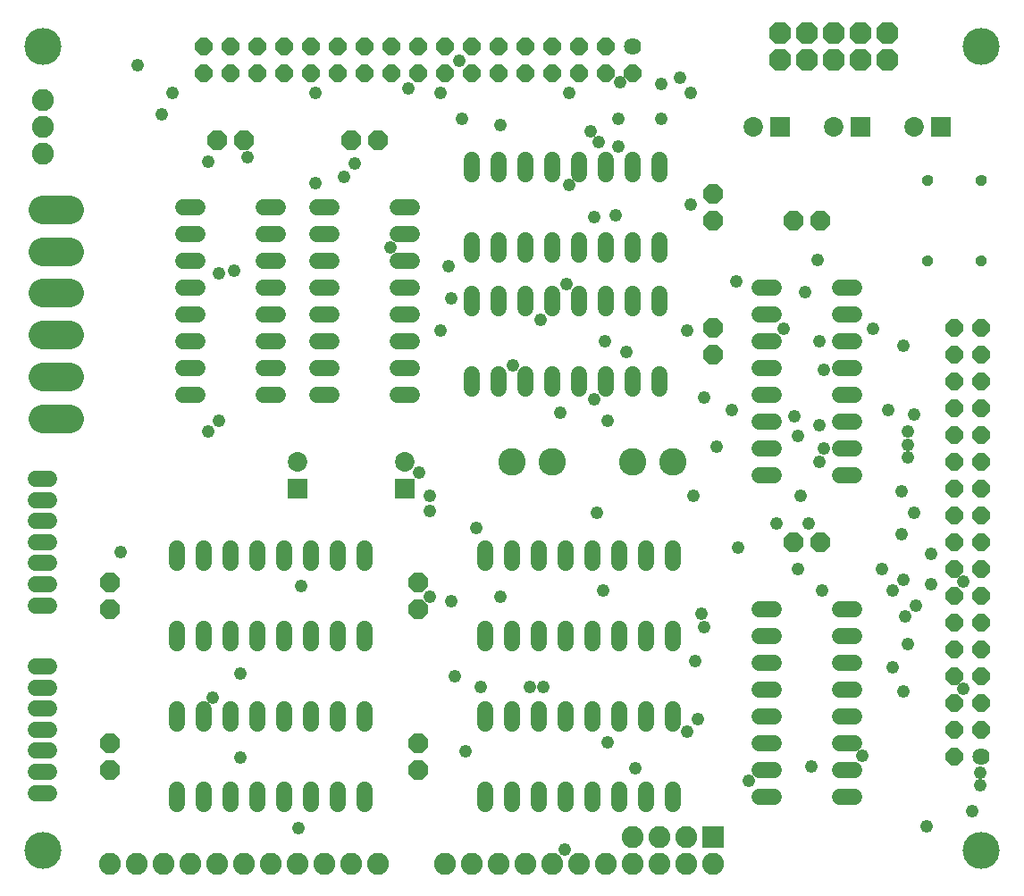
<source format=gts>
G75*
%MOIN*%
%OFA0B0*%
%FSLAX24Y24*%
%IPPOS*%
%LPD*%
%AMOC8*
5,1,8,0,0,1.08239X$1,22.5*
%
%ADD10C,0.0600*%
%ADD11C,0.1380*%
%ADD12C,0.0640*%
%ADD13OC8,0.0640*%
%ADD14C,0.0595*%
%ADD15C,0.0820*%
%ADD16C,0.1025*%
%ADD17C,0.0050*%
%ADD18OC8,0.0710*%
%ADD19C,0.0730*%
%ADD20R,0.0730X0.0730*%
%ADD21OC8,0.0820*%
%ADD22C,0.1070*%
%ADD23R,0.0820X0.0820*%
%ADD24C,0.0480*%
D10*
X007613Y003790D02*
X007613Y004310D01*
X008613Y004310D02*
X008613Y003790D01*
X009613Y003790D02*
X009613Y004310D01*
X010613Y004310D02*
X010613Y003790D01*
X011613Y003790D02*
X011613Y004310D01*
X012613Y004310D02*
X012613Y003790D01*
X013613Y003790D02*
X013613Y004310D01*
X014613Y004310D02*
X014613Y003790D01*
X014613Y006790D02*
X014613Y007310D01*
X013613Y007310D02*
X013613Y006790D01*
X012613Y006790D02*
X012613Y007310D01*
X011613Y007310D02*
X011613Y006790D01*
X010613Y006790D02*
X010613Y007310D01*
X009613Y007310D02*
X009613Y006790D01*
X008613Y006790D02*
X008613Y007310D01*
X007613Y007310D02*
X007613Y006790D01*
X007613Y009790D02*
X007613Y010310D01*
X008613Y010310D02*
X008613Y009790D01*
X009613Y009790D02*
X009613Y010310D01*
X010613Y010310D02*
X010613Y009790D01*
X011613Y009790D02*
X011613Y010310D01*
X012613Y010310D02*
X012613Y009790D01*
X013613Y009790D02*
X013613Y010310D01*
X014613Y010310D02*
X014613Y009790D01*
X014613Y012790D02*
X014613Y013310D01*
X013613Y013310D02*
X013613Y012790D01*
X012613Y012790D02*
X012613Y013310D01*
X011613Y013310D02*
X011613Y012790D01*
X010613Y012790D02*
X010613Y013310D01*
X009613Y013310D02*
X009613Y012790D01*
X008613Y012790D02*
X008613Y013310D01*
X007613Y013310D02*
X007613Y012790D01*
X007853Y019050D02*
X008373Y019050D01*
X008373Y020050D02*
X007853Y020050D01*
X007853Y021050D02*
X008373Y021050D01*
X008373Y022050D02*
X007853Y022050D01*
X007853Y023050D02*
X008373Y023050D01*
X008373Y024050D02*
X007853Y024050D01*
X007853Y025050D02*
X008373Y025050D01*
X008373Y026050D02*
X007853Y026050D01*
X010853Y026050D02*
X011373Y026050D01*
X011373Y025050D02*
X010853Y025050D01*
X010853Y024050D02*
X011373Y024050D01*
X011373Y023050D02*
X010853Y023050D01*
X010853Y022050D02*
X011373Y022050D01*
X011373Y021050D02*
X010853Y021050D01*
X010853Y020050D02*
X011373Y020050D01*
X011373Y019050D02*
X010853Y019050D01*
X012853Y019050D02*
X013373Y019050D01*
X013373Y020050D02*
X012853Y020050D01*
X012853Y021050D02*
X013373Y021050D01*
X013373Y022050D02*
X012853Y022050D01*
X012853Y023050D02*
X013373Y023050D01*
X013373Y024050D02*
X012853Y024050D01*
X012853Y025050D02*
X013373Y025050D01*
X013373Y026050D02*
X012853Y026050D01*
X015853Y026050D02*
X016373Y026050D01*
X016373Y025050D02*
X015853Y025050D01*
X015853Y024050D02*
X016373Y024050D01*
X016373Y023050D02*
X015853Y023050D01*
X015853Y022050D02*
X016373Y022050D01*
X016373Y021050D02*
X015853Y021050D01*
X015853Y020050D02*
X016373Y020050D01*
X016373Y019050D02*
X015853Y019050D01*
X018613Y019290D02*
X018613Y019810D01*
X019613Y019810D02*
X019613Y019290D01*
X020613Y019290D02*
X020613Y019810D01*
X021613Y019810D02*
X021613Y019290D01*
X022613Y019290D02*
X022613Y019810D01*
X023613Y019810D02*
X023613Y019290D01*
X024613Y019290D02*
X024613Y019810D01*
X025613Y019810D02*
X025613Y019290D01*
X025613Y022290D02*
X025613Y022810D01*
X024613Y022810D02*
X024613Y022290D01*
X023613Y022290D02*
X023613Y022810D01*
X022613Y022810D02*
X022613Y022290D01*
X021613Y022290D02*
X021613Y022810D01*
X020613Y022810D02*
X020613Y022290D01*
X019613Y022290D02*
X019613Y022810D01*
X018613Y022810D02*
X018613Y022290D01*
X018613Y024290D02*
X018613Y024810D01*
X019613Y024810D02*
X019613Y024290D01*
X020613Y024290D02*
X020613Y024810D01*
X021613Y024810D02*
X021613Y024290D01*
X022613Y024290D02*
X022613Y024810D01*
X023613Y024810D02*
X023613Y024290D01*
X024613Y024290D02*
X024613Y024810D01*
X025613Y024810D02*
X025613Y024290D01*
X025613Y027290D02*
X025613Y027810D01*
X024613Y027810D02*
X024613Y027290D01*
X023613Y027290D02*
X023613Y027810D01*
X022613Y027810D02*
X022613Y027290D01*
X021613Y027290D02*
X021613Y027810D01*
X020613Y027810D02*
X020613Y027290D01*
X019613Y027290D02*
X019613Y027810D01*
X018613Y027810D02*
X018613Y027290D01*
X029353Y023050D02*
X029873Y023050D01*
X029873Y022050D02*
X029353Y022050D01*
X029353Y021050D02*
X029873Y021050D01*
X029873Y020050D02*
X029353Y020050D01*
X029353Y019050D02*
X029873Y019050D01*
X029873Y018050D02*
X029353Y018050D01*
X029353Y017050D02*
X029873Y017050D01*
X029873Y016050D02*
X029353Y016050D01*
X032353Y016050D02*
X032873Y016050D01*
X032873Y017050D02*
X032353Y017050D01*
X032353Y018050D02*
X032873Y018050D01*
X032873Y019050D02*
X032353Y019050D01*
X032353Y020050D02*
X032873Y020050D01*
X032873Y021050D02*
X032353Y021050D01*
X032353Y022050D02*
X032873Y022050D01*
X032873Y023050D02*
X032353Y023050D01*
X026113Y013310D02*
X026113Y012790D01*
X025113Y012790D02*
X025113Y013310D01*
X024113Y013310D02*
X024113Y012790D01*
X023113Y012790D02*
X023113Y013310D01*
X022113Y013310D02*
X022113Y012790D01*
X021113Y012790D02*
X021113Y013310D01*
X020113Y013310D02*
X020113Y012790D01*
X019113Y012790D02*
X019113Y013310D01*
X019113Y010310D02*
X019113Y009790D01*
X020113Y009790D02*
X020113Y010310D01*
X021113Y010310D02*
X021113Y009790D01*
X022113Y009790D02*
X022113Y010310D01*
X023113Y010310D02*
X023113Y009790D01*
X024113Y009790D02*
X024113Y010310D01*
X025113Y010310D02*
X025113Y009790D01*
X026113Y009790D02*
X026113Y010310D01*
X026113Y007310D02*
X026113Y006790D01*
X025113Y006790D02*
X025113Y007310D01*
X024113Y007310D02*
X024113Y006790D01*
X023113Y006790D02*
X023113Y007310D01*
X022113Y007310D02*
X022113Y006790D01*
X021113Y006790D02*
X021113Y007310D01*
X020113Y007310D02*
X020113Y006790D01*
X019113Y006790D02*
X019113Y007310D01*
X019113Y004310D02*
X019113Y003790D01*
X020113Y003790D02*
X020113Y004310D01*
X021113Y004310D02*
X021113Y003790D01*
X022113Y003790D02*
X022113Y004310D01*
X023113Y004310D02*
X023113Y003790D01*
X024113Y003790D02*
X024113Y004310D01*
X025113Y004310D02*
X025113Y003790D01*
X026113Y003790D02*
X026113Y004310D01*
X029353Y004050D02*
X029873Y004050D01*
X029873Y005050D02*
X029353Y005050D01*
X029353Y006050D02*
X029873Y006050D01*
X029873Y007050D02*
X029353Y007050D01*
X029353Y008050D02*
X029873Y008050D01*
X029873Y009050D02*
X029353Y009050D01*
X029353Y010050D02*
X029873Y010050D01*
X029873Y011050D02*
X029353Y011050D01*
X032353Y011050D02*
X032873Y011050D01*
X032873Y010050D02*
X032353Y010050D01*
X032353Y009050D02*
X032873Y009050D01*
X032873Y008050D02*
X032353Y008050D01*
X032353Y007050D02*
X032873Y007050D01*
X032873Y006050D02*
X032353Y006050D01*
X032353Y005050D02*
X032873Y005050D01*
X032873Y004050D02*
X032353Y004050D01*
D11*
X002613Y002050D03*
X002613Y032050D03*
X037613Y032050D03*
X037613Y002050D03*
D12*
X037613Y005550D03*
X024613Y032050D03*
D13*
X023613Y032050D03*
X022613Y032050D03*
X021613Y032050D03*
X020613Y032050D03*
X019613Y032050D03*
X018613Y032050D03*
X017613Y032050D03*
X016613Y032050D03*
X015613Y032050D03*
X014613Y032050D03*
X013613Y032050D03*
X012613Y032050D03*
X011613Y032050D03*
X010613Y032050D03*
X009613Y032050D03*
X008613Y032050D03*
X008613Y031050D03*
X009613Y031050D03*
X010613Y031050D03*
X011613Y031050D03*
X012613Y031050D03*
X013613Y031050D03*
X014613Y031050D03*
X015613Y031050D03*
X016613Y031050D03*
X017613Y031050D03*
X018613Y031050D03*
X019613Y031050D03*
X020613Y031050D03*
X021613Y031050D03*
X022613Y031050D03*
X023613Y031050D03*
X024613Y031050D03*
X036613Y021550D03*
X036613Y020550D03*
X036613Y019550D03*
X036613Y018550D03*
X036613Y017550D03*
X036613Y016550D03*
X036613Y015550D03*
X036613Y014550D03*
X036613Y013550D03*
X036613Y012550D03*
X036613Y011550D03*
X036613Y010550D03*
X036613Y009550D03*
X036613Y008550D03*
X036613Y007550D03*
X036613Y006550D03*
X036613Y005550D03*
X037613Y006550D03*
X037613Y007550D03*
X037613Y008550D03*
X037613Y009550D03*
X037613Y010550D03*
X037613Y011550D03*
X037613Y012550D03*
X037613Y013550D03*
X037613Y014550D03*
X037613Y015550D03*
X037613Y016550D03*
X037613Y017550D03*
X037613Y018550D03*
X037613Y019550D03*
X037613Y020550D03*
X037613Y021550D03*
D14*
X002852Y015912D02*
X002337Y015912D01*
X002337Y015125D02*
X002852Y015125D01*
X002852Y014337D02*
X002337Y014337D01*
X002337Y013550D02*
X002852Y013550D01*
X002852Y012763D02*
X002337Y012763D01*
X002337Y011975D02*
X002852Y011975D01*
X002852Y011188D02*
X002337Y011188D01*
X002337Y008912D02*
X002852Y008912D01*
X002852Y008125D02*
X002337Y008125D01*
X002337Y007337D02*
X002852Y007337D01*
X002852Y006550D02*
X002337Y006550D01*
X002337Y005763D02*
X002852Y005763D01*
X002852Y004975D02*
X002337Y004975D01*
X002337Y004188D02*
X002852Y004188D01*
D15*
X005113Y001550D03*
X006113Y001550D03*
X007113Y001550D03*
X008113Y001550D03*
X009113Y001550D03*
X010113Y001550D03*
X011113Y001550D03*
X012113Y001550D03*
X013113Y001550D03*
X014113Y001550D03*
X015113Y001550D03*
X017613Y001550D03*
X018613Y001550D03*
X019613Y001550D03*
X020613Y001550D03*
X021613Y001550D03*
X022613Y001550D03*
X023613Y001550D03*
X024613Y001550D03*
X024613Y002550D03*
X025613Y002550D03*
X025613Y001550D03*
X026613Y001550D03*
X027613Y001550D03*
X026613Y002550D03*
X002613Y028050D03*
X002613Y029050D03*
X002613Y030050D03*
D16*
X020113Y016550D03*
X021613Y016550D03*
X024613Y016550D03*
X026113Y016550D03*
D17*
X035478Y023939D02*
X035458Y023972D01*
X035445Y024009D01*
X035441Y024047D01*
X035445Y024085D01*
X035457Y024122D01*
X035476Y024155D01*
X035503Y024182D01*
X035535Y024203D01*
X035570Y024217D01*
X035608Y024222D01*
X035648Y024219D01*
X035687Y024206D01*
X035721Y024186D01*
X035750Y024158D01*
X035773Y024124D01*
X035787Y024087D01*
X035792Y024047D01*
X035787Y024008D01*
X035773Y023971D01*
X035752Y023937D01*
X035723Y023910D01*
X035689Y023889D01*
X035652Y023877D01*
X035612Y023873D01*
X035574Y023878D01*
X035538Y023891D01*
X035505Y023912D01*
X035478Y023939D01*
X035490Y023927D02*
X035741Y023927D01*
X035775Y023976D02*
X035457Y023976D01*
X035444Y024024D02*
X035789Y024024D01*
X035789Y024073D02*
X035444Y024073D01*
X035456Y024121D02*
X035774Y024121D01*
X035738Y024170D02*
X035491Y024170D01*
X035580Y024218D02*
X035650Y024218D01*
X035657Y023879D02*
X035571Y023879D01*
X037441Y024047D02*
X037445Y024009D01*
X037458Y023972D01*
X037478Y023939D01*
X037505Y023912D01*
X037538Y023891D01*
X037574Y023878D01*
X037612Y023873D01*
X037652Y023877D01*
X037689Y023889D01*
X037723Y023910D01*
X037752Y023937D01*
X037773Y023971D01*
X037787Y024008D01*
X037792Y024047D01*
X037787Y024087D01*
X037773Y024124D01*
X037750Y024158D01*
X037721Y024186D01*
X037687Y024206D01*
X037648Y024219D01*
X037608Y024222D01*
X037570Y024217D01*
X037535Y024203D01*
X037503Y024182D01*
X037476Y024155D01*
X037457Y024122D01*
X037445Y024085D01*
X037441Y024047D01*
X037444Y024024D02*
X037789Y024024D01*
X037789Y024073D02*
X037444Y024073D01*
X037456Y024121D02*
X037774Y024121D01*
X037738Y024170D02*
X037491Y024170D01*
X037580Y024218D02*
X037650Y024218D01*
X037775Y023976D02*
X037457Y023976D01*
X037490Y023927D02*
X037741Y023927D01*
X037657Y023879D02*
X037571Y023879D01*
X037609Y026876D02*
X037571Y026881D01*
X037535Y026894D01*
X037502Y026915D01*
X037475Y026942D01*
X037455Y026975D01*
X037442Y027012D01*
X037438Y027050D01*
X037442Y027088D01*
X037454Y027125D01*
X037473Y027157D01*
X037500Y027185D01*
X037532Y027206D01*
X037567Y027220D01*
X037605Y027225D01*
X037645Y027221D01*
X037684Y027209D01*
X037718Y027189D01*
X037747Y027161D01*
X037770Y027127D01*
X037784Y027090D01*
X037789Y027050D01*
X037784Y027011D01*
X037770Y026974D01*
X037749Y026940D01*
X037720Y026913D01*
X037686Y026892D01*
X037649Y026880D01*
X037609Y026876D01*
X037557Y026886D02*
X037666Y026886D01*
X037742Y026934D02*
X037483Y026934D01*
X037452Y026983D02*
X037774Y026983D01*
X037787Y027031D02*
X037440Y027031D01*
X037441Y027080D02*
X037785Y027080D01*
X037769Y027128D02*
X037456Y027128D01*
X037491Y027177D02*
X037731Y027177D01*
X035789Y027050D02*
X035784Y027011D01*
X035770Y026974D01*
X035749Y026940D01*
X035720Y026913D01*
X035686Y026892D01*
X035649Y026880D01*
X035609Y026876D01*
X035571Y026881D01*
X035535Y026894D01*
X035502Y026915D01*
X035475Y026942D01*
X035455Y026975D01*
X035442Y027012D01*
X035438Y027050D01*
X035442Y027088D01*
X035454Y027125D01*
X035473Y027157D01*
X035500Y027185D01*
X035532Y027206D01*
X035567Y027220D01*
X035605Y027225D01*
X035645Y027221D01*
X035684Y027209D01*
X035718Y027189D01*
X035747Y027161D01*
X035770Y027127D01*
X035784Y027090D01*
X035789Y027050D01*
X035787Y027031D02*
X035440Y027031D01*
X035441Y027080D02*
X035785Y027080D01*
X035769Y027128D02*
X035456Y027128D01*
X035491Y027177D02*
X035731Y027177D01*
X035774Y026983D02*
X035452Y026983D01*
X035483Y026934D02*
X035742Y026934D01*
X035666Y026886D02*
X035557Y026886D01*
D18*
X031613Y025550D03*
X030613Y025550D03*
X027613Y025550D03*
X027613Y026550D03*
X027613Y021550D03*
X027613Y020550D03*
X030613Y013550D03*
X031613Y013550D03*
X016613Y012050D03*
X016613Y011050D03*
X016613Y006050D03*
X016613Y005050D03*
X005113Y005050D03*
X005113Y006050D03*
X005113Y011050D03*
X005113Y012050D03*
X009113Y028550D03*
X010113Y028550D03*
X014113Y028550D03*
X015113Y028550D03*
D19*
X016113Y016550D03*
X012113Y016550D03*
X029113Y029050D03*
X032113Y029050D03*
X035113Y029050D03*
D20*
X036113Y029050D03*
X033113Y029050D03*
X030113Y029050D03*
X016113Y015550D03*
X012113Y015550D03*
D21*
X030113Y031550D03*
X031113Y031550D03*
X031113Y032550D03*
X030113Y032550D03*
X032113Y032550D03*
X033113Y032550D03*
X033113Y031550D03*
X032113Y031550D03*
X034113Y031550D03*
X034113Y032550D03*
D22*
X003608Y025950D02*
X002618Y025950D01*
X002618Y024390D02*
X003608Y024390D01*
X003608Y022830D02*
X002618Y022830D01*
X002618Y021270D02*
X003608Y021270D01*
X003608Y019710D02*
X002618Y019710D01*
X002618Y018150D02*
X003608Y018150D01*
D23*
X027613Y002550D03*
D24*
X028953Y004630D03*
X031273Y005190D03*
X033193Y005590D03*
X034713Y007990D03*
X034313Y008870D03*
X034873Y009750D03*
X034793Y010790D03*
X035193Y011190D03*
X035753Y011990D03*
X034713Y012150D03*
X034313Y011750D03*
X033913Y012550D03*
X034633Y013830D03*
X035113Y014630D03*
X034633Y015430D03*
X034873Y016710D03*
X034873Y017190D03*
X034873Y017670D03*
X035113Y018310D03*
X034153Y018470D03*
X031753Y017030D03*
X031593Y016550D03*
X030793Y017510D03*
X030633Y018230D03*
X031593Y017910D03*
X031753Y019990D03*
X031593Y021030D03*
X030233Y021510D03*
X031033Y022870D03*
X031513Y024070D03*
X028473Y023270D03*
X026633Y021430D03*
X024393Y020630D03*
X023593Y021030D03*
X023193Y018870D03*
X023673Y018070D03*
X021913Y018390D03*
X020153Y020150D03*
X021193Y021830D03*
X022153Y023190D03*
X023193Y025670D03*
X023993Y025750D03*
X022233Y026870D03*
X023353Y028470D03*
X023033Y028870D03*
X024073Y029350D03*
X024073Y028310D03*
X025673Y029350D03*
X026793Y030310D03*
X026393Y030870D03*
X025673Y030630D03*
X024153Y030710D03*
X022233Y030310D03*
X019673Y029110D03*
X018233Y029350D03*
X017433Y030310D03*
X016233Y030470D03*
X018153Y031510D03*
X014233Y027670D03*
X013833Y027190D03*
X012793Y026950D03*
X010233Y027910D03*
X008793Y027750D03*
X007033Y029510D03*
X007433Y030310D03*
X006153Y031350D03*
X012793Y030310D03*
X015593Y024550D03*
X017753Y023830D03*
X017833Y022630D03*
X017433Y021430D03*
X016633Y016150D03*
X017033Y015270D03*
X017033Y014710D03*
X018793Y014070D03*
X019673Y011510D03*
X017833Y011350D03*
X017033Y011510D03*
X017993Y008550D03*
X018953Y008150D03*
X020793Y008150D03*
X021273Y008150D03*
X023673Y006070D03*
X024713Y005110D03*
X026633Y006470D03*
X027033Y006950D03*
X026953Y009110D03*
X027273Y010390D03*
X027193Y010870D03*
X028553Y013350D03*
X029993Y014230D03*
X031193Y014230D03*
X030873Y015270D03*
X027753Y017110D03*
X028313Y018470D03*
X027273Y018950D03*
X026873Y015270D03*
X023273Y014630D03*
X023513Y011750D03*
X018393Y005750D03*
X022073Y002070D03*
X012153Y002870D03*
X009993Y005510D03*
X008953Y007750D03*
X009993Y008630D03*
X012233Y011910D03*
X008793Y017670D03*
X009193Y018070D03*
X005513Y013190D03*
X009193Y023590D03*
X009753Y023670D03*
X026793Y026150D03*
X033593Y021510D03*
X034713Y020870D03*
X035753Y013110D03*
X036953Y012070D03*
X036953Y008070D03*
X037593Y004950D03*
X037593Y004470D03*
X037273Y003510D03*
X035593Y002950D03*
X031673Y011750D03*
X030793Y012550D03*
M02*

</source>
